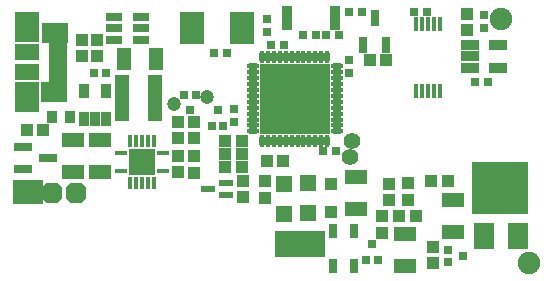
<source format=gts>
G04 Layer_Color=8388736*
%FSLAX25Y25*%
%MOIN*%
G70*
G01*
G75*
%ADD34R,0.05118X0.02362*%
%ADD53C,0.04724*%
%ADD65R,0.18898X0.17716*%
%ADD66R,0.07087X0.08661*%
%ADD67R,0.08268X0.11024*%
%ADD68R,0.03740X0.07874*%
%ADD69R,0.03150X0.02756*%
%ADD70R,0.02756X0.03150*%
%ADD71R,0.05512X0.03150*%
%ADD72R,0.08268X0.10138*%
%ADD73R,0.08268X0.05413*%
%ADD74R,0.08661X0.06594*%
%ADD75R,0.09055X0.06594*%
%ADD76R,0.06221X0.02559*%
%ADD77R,0.04331X0.04331*%
%ADD78R,0.08858X0.08858*%
%ADD79O,0.01575X0.04331*%
%ADD80O,0.04331X0.01575*%
%ADD81R,0.02953X0.04724*%
%ADD82R,0.01772X0.05118*%
%ADD83R,0.05287X0.05287*%
%ADD84R,0.04724X0.15748*%
%ADD85R,0.07480X0.05118*%
%ADD86R,0.03937X0.04331*%
%ADD87R,0.04331X0.03937*%
%ADD88R,0.05906X0.03150*%
%ADD89R,0.05906X0.03543*%
%ADD90R,0.03543X0.04331*%
%ADD91R,0.03150X0.05315*%
%ADD92R,0.03347X0.05118*%
%ADD93R,0.23228X0.23228*%
%ADD94O,0.04331X0.01772*%
%ADD95O,0.01772X0.04331*%
%ADD96R,0.05118X0.07480*%
G04:AMPARAMS|DCode=97|XSize=66.93mil|YSize=66.93mil|CornerRadius=0mil|HoleSize=0mil|Usage=FLASHONLY|Rotation=90.000|XOffset=0mil|YOffset=0mil|HoleType=Round|Shape=Octagon|*
%AMOCTAGOND97*
4,1,8,0.01673,0.03347,-0.01673,0.03347,-0.03347,0.01673,-0.03347,-0.01673,-0.01673,-0.03347,0.01673,-0.03347,0.03347,-0.01673,0.03347,0.01673,0.01673,0.03347,0.0*
%
%ADD97OCTAGOND97*%

%ADD98R,0.16535X0.08661*%
%ADD99R,0.09843X0.07874*%
%ADD100C,0.05512*%
%ADD101C,0.07480*%
D34*
X71752Y-63386D02*
D03*
Y-59449D02*
D03*
X65847Y-61417D02*
D03*
D53*
X65551Y-30709D02*
D03*
X54331Y-33169D02*
D03*
D65*
X163091Y-61024D02*
D03*
D66*
X168996Y-77165D02*
D03*
X157579D02*
D03*
D67*
X77165Y-7776D02*
D03*
X60433D02*
D03*
D68*
X92146Y-4528D02*
D03*
X108051D02*
D03*
D69*
X112618Y-2559D02*
D03*
X116909D02*
D03*
X101752Y-10039D02*
D03*
X97461D02*
D03*
X109232Y-10039D02*
D03*
X104941D02*
D03*
X103957Y-48819D02*
D03*
X108248D02*
D03*
X134468Y-2264D02*
D03*
X138760D02*
D03*
X72027Y-16043D02*
D03*
X67736D02*
D03*
X31870Y-22835D02*
D03*
X27579D02*
D03*
X159035Y-25689D02*
D03*
X154744D02*
D03*
X86732Y-13386D02*
D03*
X91024D02*
D03*
X145571Y-81791D02*
D03*
Y-85728D02*
D03*
X150689Y-83760D02*
D03*
D70*
X74394Y-34677D02*
D03*
Y-38969D02*
D03*
X112697Y-18425D02*
D03*
Y-22716D02*
D03*
X85236Y-8937D02*
D03*
Y-4646D02*
D03*
X157579Y-3366D02*
D03*
Y-7658D02*
D03*
X61713Y-30118D02*
D03*
X57776D02*
D03*
X59744Y-35236D02*
D03*
X118307Y-85039D02*
D03*
X122244D02*
D03*
X120276Y-79921D02*
D03*
X68898Y-35236D02*
D03*
X70866Y-40354D02*
D03*
X66929D02*
D03*
D71*
X34252Y-4134D02*
D03*
Y-7874D02*
D03*
Y-11614D02*
D03*
X43307D02*
D03*
Y-7874D02*
D03*
Y-4134D02*
D03*
D72*
X5315Y-30807D02*
D03*
Y-7579D02*
D03*
D73*
Y-15846D02*
D03*
Y-22539D02*
D03*
D74*
X14567Y-9350D02*
D03*
D75*
X14370Y-29035D02*
D03*
D76*
X15748Y-14075D02*
D03*
Y-24311D02*
D03*
Y-21752D02*
D03*
Y-16634D02*
D03*
Y-19193D02*
D03*
D77*
X106693Y-59646D02*
D03*
Y-69095D02*
D03*
D78*
X43799Y-52362D02*
D03*
D79*
X39862Y-45276D02*
D03*
X41831D02*
D03*
X43799D02*
D03*
X45768D02*
D03*
X47736D02*
D03*
Y-59449D02*
D03*
X45768D02*
D03*
X43799D02*
D03*
X41831D02*
D03*
X39862D02*
D03*
D80*
X50886Y-49409D02*
D03*
Y-55315D02*
D03*
X36713D02*
D03*
Y-49409D02*
D03*
D81*
X107480Y-75394D02*
D03*
X114370D02*
D03*
Y-87205D02*
D03*
X107480D02*
D03*
D82*
X142913Y-6594D02*
D03*
X140945D02*
D03*
X138976D02*
D03*
X137008D02*
D03*
X135039D02*
D03*
Y-28642D02*
D03*
X137008D02*
D03*
X138976D02*
D03*
X140945D02*
D03*
X142913D02*
D03*
D83*
X99213Y-59571D02*
D03*
Y-69571D02*
D03*
X90945Y-69661D02*
D03*
Y-59661D02*
D03*
D84*
X37106Y-31201D02*
D03*
X48130D02*
D03*
D85*
X147343Y-65059D02*
D03*
Y-75689D02*
D03*
X115059Y-68012D02*
D03*
Y-57382D02*
D03*
X29823Y-55709D02*
D03*
Y-45079D02*
D03*
X20571Y-55709D02*
D03*
Y-45079D02*
D03*
X131496Y-87106D02*
D03*
Y-76476D02*
D03*
D86*
X140157Y-58760D02*
D03*
X145669D02*
D03*
X135039Y-70571D02*
D03*
X129527D02*
D03*
X85335Y-52067D02*
D03*
X90847D02*
D03*
X76968Y-49852D02*
D03*
X71457D02*
D03*
X119587Y-18406D02*
D03*
X125098D02*
D03*
X76968Y-54232D02*
D03*
X71457D02*
D03*
X5315Y-41929D02*
D03*
X10827D02*
D03*
X76968Y-45472D02*
D03*
X71457D02*
D03*
D87*
X140847Y-86221D02*
D03*
Y-80709D02*
D03*
X151969Y-8465D02*
D03*
Y-2953D02*
D03*
X123721Y-70571D02*
D03*
Y-76083D02*
D03*
X125984Y-59646D02*
D03*
Y-65158D02*
D03*
X132382Y-59547D02*
D03*
Y-65059D02*
D03*
X23622Y-17126D02*
D03*
Y-11614D02*
D03*
X28839D02*
D03*
Y-17126D02*
D03*
X84842Y-64272D02*
D03*
Y-58760D02*
D03*
X77461Y-58661D02*
D03*
Y-64173D02*
D03*
X61122Y-56102D02*
D03*
Y-50591D02*
D03*
X61221Y-38976D02*
D03*
Y-44488D02*
D03*
X55807Y-55905D02*
D03*
Y-50394D02*
D03*
X55709Y-44488D02*
D03*
Y-38976D02*
D03*
D88*
X4134Y-47441D02*
D03*
Y-54921D02*
D03*
X12402Y-51181D02*
D03*
D89*
X162500Y-13484D02*
D03*
Y-20965D02*
D03*
X153051D02*
D03*
Y-17224D02*
D03*
Y-13484D02*
D03*
D90*
X19783Y-37500D02*
D03*
X13878D02*
D03*
D91*
X117520Y-13386D02*
D03*
X125000D02*
D03*
X121260Y-4528D02*
D03*
D92*
X24311Y-38189D02*
D03*
X28051D02*
D03*
X31791D02*
D03*
Y-28740D02*
D03*
X24311D02*
D03*
D93*
X94587Y-31398D02*
D03*
D94*
X108563Y-20571D02*
D03*
Y-22539D02*
D03*
Y-24508D02*
D03*
Y-26476D02*
D03*
Y-28445D02*
D03*
Y-30413D02*
D03*
Y-32382D02*
D03*
Y-34350D02*
D03*
Y-36319D02*
D03*
Y-38287D02*
D03*
Y-40256D02*
D03*
Y-42224D02*
D03*
X80610D02*
D03*
Y-40256D02*
D03*
Y-38287D02*
D03*
Y-36319D02*
D03*
Y-34350D02*
D03*
Y-32382D02*
D03*
Y-30413D02*
D03*
Y-28445D02*
D03*
Y-26476D02*
D03*
Y-24508D02*
D03*
Y-22539D02*
D03*
Y-20571D02*
D03*
D95*
X105413Y-45374D02*
D03*
X103445D02*
D03*
X101476D02*
D03*
X99508D02*
D03*
X97539D02*
D03*
X95571D02*
D03*
X93602D02*
D03*
X91634D02*
D03*
X89665D02*
D03*
X87697D02*
D03*
X85728D02*
D03*
X83760D02*
D03*
Y-17421D02*
D03*
X85728D02*
D03*
X87697D02*
D03*
X89665D02*
D03*
X91634D02*
D03*
X93602D02*
D03*
X95571D02*
D03*
X97539D02*
D03*
X99508D02*
D03*
X101476D02*
D03*
X103445D02*
D03*
X105413D02*
D03*
D96*
X48327Y-18209D02*
D03*
X37697D02*
D03*
D97*
X21654Y-62795D02*
D03*
X13878Y-62697D02*
D03*
D98*
X96260Y-79921D02*
D03*
D99*
X5709Y-62303D02*
D03*
D100*
X113091Y-50886D02*
D03*
X113681Y-45571D02*
D03*
D101*
X172835Y-86122D02*
D03*
X163287Y-4921D02*
D03*
M02*

</source>
